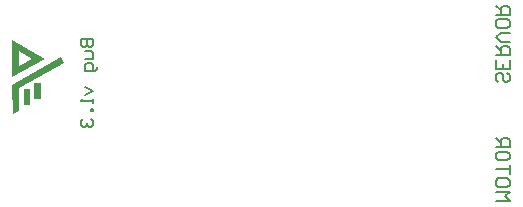
<source format=gbo>
%FSTAX23Y23*%
%MOIN*%
%SFA1B1*%

%IPPOS*%
%ADD12C,0.006000*%
%ADD18C,0.008000*%
%LNpcb_bug_v2-1*%
%LPD*%
G36*
X02308Y02497D02*
X022Y02435D01*
Y02559*
X02308Y02497*
G37*
G36*
X02294Y02364D02*
X02273D01*
Y02415*
X02294*
Y02364*
G37*
G36*
X02258Y02344D02*
X02237D01*
Y02395*
X02258*
Y02344*
G37*
G36*
X02371Y02484D02*
X02221Y02398D01*
X02222Y02323*
X02201Y02311*
X022Y0241*
X02361Y02503*
X02371Y02484*
G37*
%LNpcb_bug_v2-2*%
%LPC*%
G36*
X02221Y02523D02*
Y02471D01*
X02266Y02497*
X02221Y02523*
G37*
%LNpcb_bug_v2-3*%
%LPD*%
G54D12*
X02429Y02563D02*
X02469D01*
Y02543*
X02462Y02536*
X02455*
X02449Y02543*
Y02563*
Y02543*
X02442Y02536*
X02435*
X02429Y02543*
Y02563*
X02442Y02523D02*
X02462D01*
X02469Y02516*
Y02496*
X02442*
X02482Y02469D02*
Y02463D01*
X02475Y02456*
X02442*
Y02476*
X02449Y02483*
X02462*
X02469Y02476*
Y02456*
X02442Y02403D02*
X02469Y02389D01*
X02442Y02376*
X02469Y02363D02*
Y02349D01*
Y02356*
X02429*
X02435Y02363*
X02469Y02329D02*
X02462D01*
Y02323*
X02469*
Y02329*
X02435Y02296D02*
X02429Y02289D01*
Y02276*
X02435Y02269*
X02442*
X02449Y02276*
Y02283*
Y02276*
X02455Y02269*
X02462*
X02469Y02276*
Y02289*
X02462Y02296*
G54D18*
X0385Y02449D02*
X03858Y02442D01*
Y02427*
X0385Y02419*
X03843*
X03835Y02427*
Y02442*
X03828Y02449*
X0382*
X03813Y02442*
Y02427*
X0382Y02419*
X03858Y02494D02*
Y02464D01*
X03813*
Y02494*
X03835Y02464D02*
Y02479D01*
X03813Y02509D02*
X03858D01*
Y02532*
X0385Y02539*
X03835*
X03828Y02532*
Y02509*
Y02524D02*
X03813Y02539D01*
X03858Y02554D02*
X03828D01*
X03813Y02569*
X03828Y02584*
X03858*
Y02622D02*
Y02607D01*
X0385Y02599*
X0382*
X03813Y02607*
Y02622*
X0382Y02629*
X0385*
X03858Y02622*
X03813Y02644D02*
X03858D01*
Y02667*
X0385Y02674*
X03835*
X03828Y02667*
Y02644*
Y02659D02*
X03813Y02674D01*
Y02023D02*
X03858D01*
X03843Y02038*
X03858Y02053*
X03813*
X03858Y0209D02*
Y02075D01*
X0385Y02068*
X0382*
X03813Y02075*
Y0209*
X0382Y02098*
X0385*
X03858Y0209*
Y02113D02*
Y02143D01*
Y02128*
X03813*
X03858Y0218D02*
Y02165D01*
X0385Y02158*
X0382*
X03813Y02165*
Y0218*
X0382Y02187*
X0385*
X03858Y0218*
X03813Y02202D02*
X03858D01*
Y02225*
X0385Y02232*
X03835*
X03828Y02225*
Y02202*
Y02217D02*
X03813Y02232D01*
M02*
</source>
